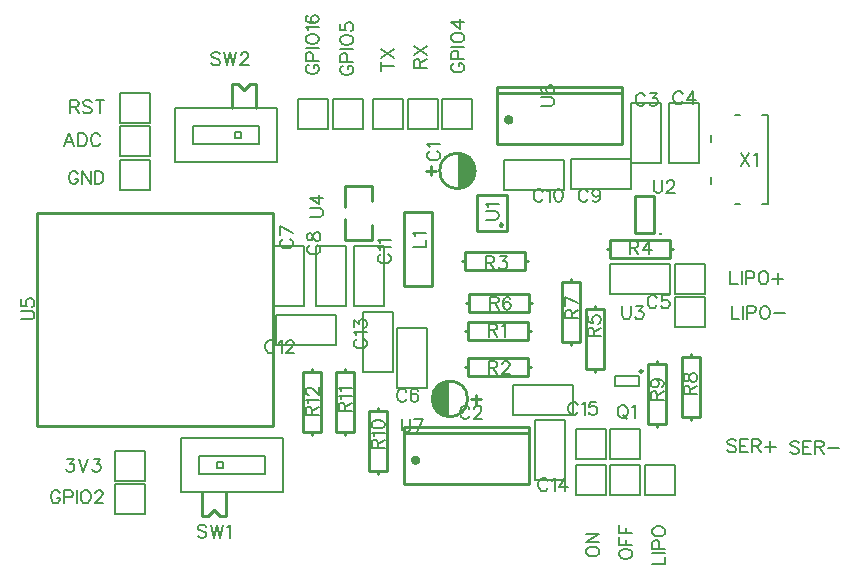
<source format=gto>
G04 Layer: TopSilkLayer*
G04 EasyEDA v5.9.42, Mon, 01 Apr 2019 20:05:28 GMT*
G04 e7f0afa64d6d408caf880ab9bb1ba352*
G04 Gerber Generator version 0.2*
G04 Scale: 100 percent, Rotated: No, Reflected: No *
G04 Dimensions in millimeters *
G04 leading zeros omitted , absolute positions ,3 integer and 3 decimal *
%FSLAX33Y33*%
%MOMM*%
G90*
G71D02*

%ADD10C,0.254000*%
%ADD33C,0.200660*%
%ADD34C,0.228600*%
%ADD35C,0.200000*%
%ADD36C,0.203200*%
%ADD37C,0.127000*%
%ADD38C,0.399999*%
%ADD39C,0.249999*%
%ADD40C,0.152400*%

%LPD*%
G54D33*
G01X44198Y35303D02*
G01X44198Y30223D01*
G01X46738Y30223D01*
G01X46738Y35303D01*
G01X44198Y35303D01*
G54D10*
G01X41910Y17907D02*
G01X41910Y12827D01*
G01X41910Y12827D02*
G01X41148Y12827D01*
G01X41148Y12827D02*
G01X40386Y12827D01*
G01X40386Y12827D02*
G01X40386Y17907D01*
G01X40386Y17907D02*
G01X41148Y17907D01*
G01X41148Y17907D02*
G01X41910Y17907D01*
G01X41148Y12827D02*
G01X41148Y12573D01*
G01X41148Y17907D02*
G01X41148Y18161D01*
G54D33*
G01X47373Y35303D02*
G01X47373Y30223D01*
G01X49913Y30223D01*
G01X49913Y35303D01*
G01X47373Y35303D01*
G54D34*
G01X32931Y24536D02*
G01X33681Y24536D01*
G01X33681Y27036D01*
G01X33681Y27536D01*
G01X31081Y27536D01*
G01X31081Y24536D01*
G01X32931Y24536D01*
G54D10*
G01X24968Y26136D02*
G01X27355Y26136D01*
G01X27355Y26136D02*
G01X27355Y19837D01*
G01X27355Y19837D02*
G01X24968Y19837D01*
G01X24968Y19837D02*
G01X24968Y26136D01*
G01X27214Y29220D02*
G01X27214Y30008D01*
G01X27652Y29600D02*
G01X26814Y29600D01*
G01X30353Y16764D02*
G01X35433Y16764D01*
G01X35433Y16764D02*
G01X35433Y16002D01*
G01X35433Y16002D02*
G01X35433Y15240D01*
G01X35433Y15240D02*
G01X30353Y15240D01*
G01X30353Y15240D02*
G01X30353Y16002D01*
G01X30353Y16002D02*
G01X30353Y16764D01*
G01X35433Y16002D02*
G01X35687Y16002D01*
G01X30353Y16002D02*
G01X30099Y16002D01*
G01X35433Y12192D02*
G01X30353Y12192D01*
G01X30353Y12192D02*
G01X30353Y12954D01*
G01X30353Y12954D02*
G01X30353Y13716D01*
G01X30353Y13716D02*
G01X35433Y13716D01*
G01X35433Y13716D02*
G01X35433Y12954D01*
G01X35433Y12954D02*
G01X35433Y12192D01*
G01X30353Y12954D02*
G01X30099Y12954D01*
G01X35433Y12954D02*
G01X35687Y12954D01*
G01X30099Y22733D02*
G01X35179Y22733D01*
G01X35179Y22733D02*
G01X35179Y21971D01*
G01X35179Y21971D02*
G01X35179Y21209D01*
G01X35179Y21209D02*
G01X30099Y21209D01*
G01X30099Y21209D02*
G01X30099Y21971D01*
G01X30099Y21971D02*
G01X30099Y22733D01*
G01X35179Y21971D02*
G01X35433Y21971D01*
G01X30099Y21971D02*
G01X29845Y21971D01*
G01X35560Y17653D02*
G01X30480Y17653D01*
G01X30480Y17653D02*
G01X30480Y18415D01*
G01X30480Y18415D02*
G01X30480Y19177D01*
G01X30480Y19177D02*
G01X35560Y19177D01*
G01X35560Y19177D02*
G01X35560Y18415D01*
G01X35560Y18415D02*
G01X35560Y17653D01*
G01X30480Y18415D02*
G01X30226Y18415D01*
G01X35560Y18415D02*
G01X35814Y18415D01*
G01X31078Y10657D02*
G01X31078Y9869D01*
G01X30640Y10277D02*
G01X31478Y10277D01*
G54D33*
G01X13972Y23238D02*
G01X13972Y18158D01*
G01X16512Y18158D01*
G01X16512Y23238D01*
G01X13972Y23238D01*
G01X20063Y18163D02*
G01X20063Y23243D01*
G01X17523Y23243D01*
G01X17523Y18163D01*
G01X20063Y18163D01*
G01X20703Y23238D02*
G01X20703Y18158D01*
G01X23243Y18158D01*
G01X23243Y23238D01*
G01X20703Y23238D01*
G01X14099Y14861D02*
G01X19179Y14861D01*
G01X19179Y17401D01*
G01X14099Y17401D01*
G01X14099Y14861D01*
G54D10*
G01X23495Y9271D02*
G01X23495Y4191D01*
G01X23495Y4191D02*
G01X22733Y4191D01*
G01X22733Y4191D02*
G01X21971Y4191D01*
G01X21971Y4191D02*
G01X21971Y9271D01*
G01X21971Y9271D02*
G01X22733Y9271D01*
G01X22733Y9271D02*
G01X23495Y9271D01*
G01X22733Y4191D02*
G01X22733Y3937D01*
G01X22733Y9271D02*
G01X22733Y9525D01*
G54D33*
G01X24000Y12575D02*
G01X24000Y17655D01*
G01X21460Y17655D01*
G01X21460Y12575D01*
G01X24000Y12575D01*
G54D10*
G01X20701Y12573D02*
G01X20701Y7493D01*
G01X20701Y7493D02*
G01X19939Y7493D01*
G01X19939Y7493D02*
G01X19177Y7493D01*
G01X19177Y7493D02*
G01X19177Y12573D01*
G01X19177Y12573D02*
G01X19939Y12573D01*
G01X19939Y12573D02*
G01X20701Y12573D01*
G01X19939Y7493D02*
G01X19939Y7239D01*
G01X19939Y12573D02*
G01X19939Y12827D01*
G01X16383Y7493D02*
G01X16383Y12573D01*
G01X16383Y12573D02*
G01X17145Y12573D01*
G01X17145Y12573D02*
G01X17907Y12573D01*
G01X17907Y12573D02*
G01X17907Y7493D01*
G01X17907Y7493D02*
G01X17145Y7493D01*
G01X17145Y7493D02*
G01X16383Y7493D01*
G01X17145Y12573D02*
G01X17145Y12827D01*
G01X17145Y7493D02*
G01X17145Y7239D01*
G01X24926Y7880D02*
G01X35525Y7880D01*
G01X35525Y3080D01*
G01X24926Y3080D01*
G01X24926Y7880D01*
G01X35525Y7379D02*
G01X24926Y7379D01*
G54D33*
G01X38605Y3431D02*
G01X38605Y8511D01*
G01X36065Y8511D01*
G01X36065Y3431D01*
G01X38605Y3431D01*
G54D10*
G01X39878Y20193D02*
G01X39878Y15113D01*
G01X39878Y15113D02*
G01X39116Y15113D01*
G01X39116Y15113D02*
G01X38354Y15113D01*
G01X38354Y15113D02*
G01X38354Y20193D01*
G01X38354Y20193D02*
G01X39116Y20193D01*
G01X39116Y20193D02*
G01X39878Y20193D01*
G01X39116Y15113D02*
G01X39116Y14859D01*
G01X39116Y20193D02*
G01X39116Y20447D01*
G54D33*
G01X34165Y8892D02*
G01X39245Y8892D01*
G01X39245Y11432D01*
G01X34165Y11432D01*
G01X34165Y8892D01*
G54D10*
G01X32800Y36709D02*
G01X43399Y36709D01*
G01X43399Y31909D01*
G01X32800Y31909D01*
G01X32800Y36709D01*
G01X43399Y36208D02*
G01X32800Y36208D01*
G54D33*
G01X44193Y30604D02*
G01X39113Y30604D01*
G01X39113Y28064D01*
G01X44193Y28064D01*
G01X44193Y30604D01*
G01X33403Y27942D02*
G01X38483Y27942D01*
G01X38483Y30482D01*
G01X33403Y30482D01*
G01X33403Y27942D01*
G54D10*
G01X42418Y23749D02*
G01X47498Y23749D01*
G01X47498Y23749D02*
G01X47498Y22987D01*
G01X47498Y22987D02*
G01X47498Y22225D01*
G01X47498Y22225D02*
G01X42418Y22225D01*
G01X42418Y22225D02*
G01X42418Y22987D01*
G01X42418Y22987D02*
G01X42418Y23749D01*
G01X47498Y22987D02*
G01X47752Y22987D01*
G01X42418Y22987D02*
G01X42164Y22987D01*
G54D33*
G01X47495Y21714D02*
G01X42415Y21714D01*
G01X42415Y19174D01*
G01X47495Y19174D01*
G01X47495Y21714D01*
G54D10*
G01X48514Y8763D02*
G01X48514Y13843D01*
G01X48514Y13843D02*
G01X49276Y13843D01*
G01X49276Y13843D02*
G01X50038Y13843D01*
G01X50038Y13843D02*
G01X50038Y8763D01*
G01X50038Y8763D02*
G01X49276Y8763D01*
G01X49276Y8763D02*
G01X48514Y8763D01*
G01X49276Y13843D02*
G01X49276Y14097D01*
G01X49276Y8763D02*
G01X49276Y8509D01*
G01X47117Y13208D02*
G01X47117Y8128D01*
G01X47117Y8128D02*
G01X46355Y8128D01*
G01X46355Y8128D02*
G01X45593Y8128D01*
G01X45593Y8128D02*
G01X45593Y13208D01*
G01X45593Y13208D02*
G01X46355Y13208D01*
G01X46355Y13208D02*
G01X47117Y13208D01*
G01X46355Y8128D02*
G01X46355Y7874D01*
G01X46355Y13208D02*
G01X46355Y13462D01*
G54D33*
G01X22352Y35687D02*
G01X22352Y33147D01*
G01X22352Y35687D02*
G01X24892Y35687D01*
G01X24892Y35687D02*
G01X24892Y33147D01*
G01X24892Y33147D02*
G01X22352Y33147D01*
G01X25273Y35687D02*
G01X25273Y33147D01*
G01X25273Y35687D02*
G01X27813Y35687D01*
G01X27813Y35687D02*
G01X27813Y33147D01*
G01X27813Y33147D02*
G01X25273Y33147D01*
G01X16002Y33147D02*
G01X18542Y33147D01*
G01X16002Y33147D02*
G01X16002Y35687D01*
G01X16002Y35687D02*
G01X18542Y35687D01*
G01X18542Y35687D02*
G01X18542Y33147D01*
G01X889Y33401D02*
G01X889Y30861D01*
G01X889Y33401D02*
G01X3429Y33401D01*
G01X3429Y33401D02*
G01X3429Y30861D01*
G01X3429Y30861D02*
G01X889Y30861D01*
G01X889Y33655D02*
G01X3429Y33655D01*
G01X889Y33655D02*
G01X889Y36195D01*
G01X889Y36195D02*
G01X3429Y36195D01*
G01X3429Y36195D02*
G01X3429Y33655D01*
G01X18923Y35687D02*
G01X18923Y33147D01*
G01X18923Y35687D02*
G01X21463Y35687D01*
G01X21463Y35687D02*
G01X21463Y33147D01*
G01X21463Y33147D02*
G01X18923Y33147D01*
G01X28194Y33147D02*
G01X30734Y33147D01*
G01X28194Y33147D02*
G01X28194Y35687D01*
G01X28194Y35687D02*
G01X30734Y35687D01*
G01X30734Y35687D02*
G01X30734Y33147D01*
G01X508Y508D02*
G01X3048Y508D01*
G01X508Y508D02*
G01X508Y3048D01*
G01X508Y3048D02*
G01X3048Y3048D01*
G01X3048Y3048D02*
G01X3048Y508D01*
G01X47879Y19177D02*
G01X50419Y19177D01*
G01X47879Y19177D02*
G01X47879Y21717D01*
G01X47879Y21717D02*
G01X50419Y21717D01*
G01X50419Y21717D02*
G01X50419Y19177D01*
G01X47879Y16383D02*
G01X50419Y16383D01*
G01X47879Y16383D02*
G01X47879Y18923D01*
G01X47879Y18923D02*
G01X50419Y18923D01*
G01X50419Y18923D02*
G01X50419Y16383D01*
G01X39497Y5207D02*
G01X42037Y5207D01*
G01X39497Y5207D02*
G01X39497Y7747D01*
G01X39497Y7747D02*
G01X42037Y7747D01*
G01X42037Y7747D02*
G01X42037Y5207D01*
G01X42418Y5207D02*
G01X44958Y5207D01*
G01X42418Y5207D02*
G01X42418Y7747D01*
G01X42418Y7747D02*
G01X44958Y7747D01*
G01X44958Y7747D02*
G01X44958Y5207D01*
G01X508Y3302D02*
G01X3048Y3302D01*
G01X508Y3302D02*
G01X508Y5842D01*
G01X508Y5842D02*
G01X3048Y5842D01*
G01X3048Y5842D02*
G01X3048Y3302D01*
G01X889Y27940D02*
G01X3429Y27940D01*
G01X889Y27940D02*
G01X889Y30480D01*
G01X889Y30480D02*
G01X3429Y30480D01*
G01X3429Y30480D02*
G01X3429Y27940D01*
G54D10*
G01X46138Y27507D02*
G01X44539Y27507D01*
G01X44539Y27507D02*
G01X44539Y24308D01*
G01X44539Y24308D02*
G01X46138Y24308D01*
G01X46138Y27507D02*
G01X46138Y24308D01*
G54D33*
G01X24386Y16253D02*
G01X24386Y11173D01*
G01X26926Y11173D01*
G01X26926Y16253D01*
G01X24386Y16253D01*
G54D35*
G01X44802Y11598D02*
G01X44802Y12204D01*
G01X42802Y12204D01*
G01X42802Y11391D01*
G01X44802Y11391D01*
G01X44802Y11598D01*
G54D10*
G01X19979Y23735D02*
G01X22265Y23735D01*
G01X22265Y28334D02*
G01X20004Y28334D01*
G01X19979Y23735D02*
G01X19979Y25501D01*
G01X19979Y26568D02*
G01X19979Y28334D01*
G01X22265Y23735D02*
G01X22265Y24993D01*
G01X22265Y27076D02*
G01X22265Y28334D01*
G01X7880Y2413D02*
G01X7880Y381D01*
G01X9912Y2413D02*
G01X9912Y381D01*
G01X7880Y381D02*
G01X8388Y381D01*
G01X8896Y889D01*
G01X9404Y381D01*
G01X9912Y381D01*
G54D36*
G01X14611Y2413D02*
G01X14738Y2413D01*
G01X14738Y6997D01*
G01X6102Y6997D01*
G01X6102Y2397D01*
G01X14738Y2413D01*
G01X13206Y3937D02*
G01X13206Y5461D01*
G01X12190Y5461D01*
G01X8634Y5461D01*
G01X7618Y5461D01*
G01X7618Y3937D01*
G01X8634Y3937D01*
G01X12190Y3937D01*
G01X13206Y3937D01*
G01X9650Y4445D02*
G01X9137Y4445D01*
G01X9137Y4953D01*
G01X9650Y4953D01*
G01X9650Y4445D01*
G54D33*
G01X45339Y4699D02*
G01X45339Y2159D01*
G01X45339Y4699D02*
G01X47879Y4699D01*
G01X47879Y4699D02*
G01X47879Y2159D01*
G01X47879Y2159D02*
G01X45339Y2159D01*
G01X39497Y2159D02*
G01X42037Y2159D01*
G01X39497Y2159D02*
G01X39497Y4699D01*
G01X39497Y4699D02*
G01X42037Y4699D01*
G01X42037Y4699D02*
G01X42037Y2159D01*
G01X42418Y2159D02*
G01X44958Y2159D01*
G01X42418Y2159D02*
G01X42418Y4699D01*
G01X42418Y4699D02*
G01X44958Y4699D01*
G01X44958Y4699D02*
G01X44958Y2159D01*
G54D10*
G01X12439Y34925D02*
G01X12439Y36957D01*
G01X10407Y34925D02*
G01X10407Y36957D01*
G01X12439Y36957D02*
G01X11931Y36957D01*
G01X11423Y36449D01*
G01X10915Y36957D01*
G01X10407Y36957D01*
G54D36*
G01X5708Y34925D02*
G01X5581Y34925D01*
G01X5581Y30340D01*
G01X14217Y30340D01*
G01X14217Y34940D01*
G01X5581Y34925D01*
G01X7113Y33401D02*
G01X7113Y31877D01*
G01X8129Y31877D01*
G01X11685Y31877D01*
G01X12701Y31877D01*
G01X12701Y33401D01*
G01X11685Y33401D01*
G01X8129Y33401D01*
G01X7113Y33401D01*
G01X10669Y32893D02*
G01X11182Y32893D01*
G01X11182Y32385D01*
G01X10669Y32385D01*
G01X10669Y32893D01*
G54D10*
G01X13881Y8026D02*
G01X13881Y26009D01*
G01X-6108Y26009D01*
G01X-6108Y8026D01*
G01X13881Y8026D01*
G54D37*
G01X55250Y34311D02*
G01X55749Y34311D01*
G01X55749Y26810D01*
G01X55250Y26810D01*
G01X53349Y34311D02*
G01X52950Y34311D01*
G01X53349Y26810D02*
G01X52950Y26810D01*
G01X50950Y32611D02*
G01X50950Y32060D01*
G01X50950Y29060D02*
G01X50950Y28510D01*
G54D40*
G01X45356Y35935D02*
G01X45303Y36040D01*
G01X45199Y36144D01*
G01X45097Y36195D01*
G01X44889Y36195D01*
G01X44785Y36144D01*
G01X44681Y36040D01*
G01X44627Y35935D01*
G01X44577Y35780D01*
G01X44577Y35521D01*
G01X44627Y35364D01*
G01X44681Y35260D01*
G01X44785Y35156D01*
G01X44889Y35105D01*
G01X45097Y35105D01*
G01X45199Y35156D01*
G01X45303Y35260D01*
G01X45356Y35364D01*
G01X45803Y36195D02*
G01X46375Y36195D01*
G01X46062Y35780D01*
G01X46217Y35780D01*
G01X46322Y35727D01*
G01X46375Y35676D01*
G01X46426Y35521D01*
G01X46426Y35417D01*
G01X46375Y35260D01*
G01X46271Y35156D01*
G01X46113Y35105D01*
G01X45958Y35105D01*
G01X45803Y35156D01*
G01X45750Y35209D01*
G01X45699Y35313D01*
G01X40512Y15600D02*
G01X41602Y15600D01*
G01X40512Y15600D02*
G01X40512Y16068D01*
G01X40563Y16222D01*
G01X40614Y16276D01*
G01X40718Y16327D01*
G01X40822Y16327D01*
G01X40926Y16276D01*
G01X40980Y16222D01*
G01X41031Y16068D01*
G01X41031Y15600D01*
G01X41031Y15963D02*
G01X41602Y16327D01*
G01X40512Y17294D02*
G01X40512Y16774D01*
G01X40980Y16723D01*
G01X40926Y16774D01*
G01X40876Y16931D01*
G01X40876Y17086D01*
G01X40926Y17241D01*
G01X41031Y17345D01*
G01X41186Y17398D01*
G01X41290Y17398D01*
G01X41447Y17345D01*
G01X41551Y17241D01*
G01X41602Y17086D01*
G01X41602Y16931D01*
G01X41551Y16774D01*
G01X41498Y16723D01*
G01X41394Y16669D01*
G01X48531Y36062D02*
G01X48478Y36167D01*
G01X48374Y36271D01*
G01X48272Y36322D01*
G01X48064Y36322D01*
G01X47960Y36271D01*
G01X47856Y36167D01*
G01X47802Y36062D01*
G01X47752Y35907D01*
G01X47752Y35648D01*
G01X47802Y35491D01*
G01X47856Y35387D01*
G01X47960Y35283D01*
G01X48064Y35232D01*
G01X48272Y35232D01*
G01X48374Y35283D01*
G01X48478Y35387D01*
G01X48531Y35491D01*
G01X49392Y36322D02*
G01X48874Y35595D01*
G01X49654Y35595D01*
G01X49392Y36322D02*
G01X49392Y35232D01*
G01X31876Y25466D02*
G01X32656Y25466D01*
G01X32811Y25516D01*
G01X32915Y25620D01*
G01X32966Y25778D01*
G01X32966Y25882D01*
G01X32915Y26037D01*
G01X32811Y26141D01*
G01X32656Y26192D01*
G01X31876Y26192D01*
G01X32085Y26535D02*
G01X32031Y26639D01*
G01X31876Y26797D01*
G01X32966Y26797D01*
G01X25679Y23114D02*
G01X26769Y23114D01*
G01X26769Y23114D02*
G01X26769Y23736D01*
G01X25885Y24079D02*
G01X25834Y24183D01*
G01X25679Y24340D01*
G01X26769Y24340D01*
G01X27183Y31275D02*
G01X27078Y31221D01*
G01X26974Y31117D01*
G01X26924Y31015D01*
G01X26924Y30807D01*
G01X26974Y30703D01*
G01X27078Y30599D01*
G01X27183Y30546D01*
G01X27340Y30495D01*
G01X27599Y30495D01*
G01X27754Y30546D01*
G01X27858Y30599D01*
G01X27962Y30703D01*
G01X28013Y30807D01*
G01X28013Y31015D01*
G01X27962Y31117D01*
G01X27858Y31221D01*
G01X27754Y31275D01*
G01X27132Y31617D02*
G01X27078Y31722D01*
G01X26924Y31877D01*
G01X28013Y31877D01*
G01X32131Y16637D02*
G01X32131Y15547D01*
G01X32131Y16637D02*
G01X32598Y16637D01*
G01X32753Y16586D01*
G01X32806Y16535D01*
G01X32857Y16431D01*
G01X32857Y16327D01*
G01X32806Y16223D01*
G01X32753Y16169D01*
G01X32598Y16118D01*
G01X32131Y16118D01*
G01X32494Y16118D02*
G01X32857Y15547D01*
G01X33200Y16431D02*
G01X33304Y16482D01*
G01X33461Y16637D01*
G01X33461Y15547D01*
G01X32131Y13462D02*
G01X32131Y12372D01*
G01X32131Y13462D02*
G01X32598Y13462D01*
G01X32753Y13411D01*
G01X32806Y13360D01*
G01X32857Y13256D01*
G01X32857Y13152D01*
G01X32806Y13047D01*
G01X32753Y12994D01*
G01X32598Y12943D01*
G01X32131Y12943D01*
G01X32494Y12943D02*
G01X32857Y12372D01*
G01X33253Y13202D02*
G01X33253Y13256D01*
G01X33304Y13360D01*
G01X33357Y13411D01*
G01X33461Y13462D01*
G01X33667Y13462D01*
G01X33771Y13411D01*
G01X33825Y13360D01*
G01X33875Y13256D01*
G01X33875Y13152D01*
G01X33825Y13047D01*
G01X33721Y12890D01*
G01X33200Y12372D01*
G01X33929Y12372D01*
G01X31877Y22352D02*
G01X31877Y21262D01*
G01X31877Y22352D02*
G01X32344Y22352D01*
G01X32499Y22301D01*
G01X32552Y22250D01*
G01X32603Y22146D01*
G01X32603Y22042D01*
G01X32552Y21938D01*
G01X32499Y21884D01*
G01X32344Y21833D01*
G01X31877Y21833D01*
G01X32240Y21833D02*
G01X32603Y21262D01*
G01X33050Y22352D02*
G01X33621Y22352D01*
G01X33312Y21938D01*
G01X33467Y21938D01*
G01X33571Y21884D01*
G01X33621Y21833D01*
G01X33675Y21678D01*
G01X33675Y21574D01*
G01X33621Y21417D01*
G01X33517Y21313D01*
G01X33362Y21262D01*
G01X33207Y21262D01*
G01X33050Y21313D01*
G01X32999Y21366D01*
G01X32946Y21470D01*
G01X32258Y18923D02*
G01X32258Y17833D01*
G01X32258Y18923D02*
G01X32725Y18923D01*
G01X32880Y18872D01*
G01X32933Y18821D01*
G01X32984Y18717D01*
G01X32984Y18613D01*
G01X32933Y18508D01*
G01X32880Y18455D01*
G01X32725Y18404D01*
G01X32258Y18404D01*
G01X32621Y18404D02*
G01X32984Y17833D01*
G01X33952Y18768D02*
G01X33898Y18872D01*
G01X33743Y18923D01*
G01X33639Y18923D01*
G01X33484Y18872D01*
G01X33380Y18717D01*
G01X33327Y18455D01*
G01X33327Y18196D01*
G01X33380Y17988D01*
G01X33484Y17884D01*
G01X33639Y17833D01*
G01X33693Y17833D01*
G01X33848Y17884D01*
G01X33952Y17988D01*
G01X34002Y18145D01*
G01X34002Y18196D01*
G01X33952Y18351D01*
G01X33848Y18455D01*
G01X33693Y18508D01*
G01X33639Y18508D01*
G01X33484Y18455D01*
G01X33380Y18351D01*
G01X33327Y18196D01*
G01X30486Y9437D02*
G01X30432Y9541D01*
G01X30328Y9645D01*
G01X30226Y9696D01*
G01X30018Y9696D01*
G01X29914Y9645D01*
G01X29810Y9541D01*
G01X29757Y9437D01*
G01X29706Y9279D01*
G01X29706Y9020D01*
G01X29757Y8865D01*
G01X29810Y8761D01*
G01X29914Y8657D01*
G01X30018Y8606D01*
G01X30226Y8606D01*
G01X30328Y8657D01*
G01X30432Y8761D01*
G01X30486Y8865D01*
G01X30879Y9437D02*
G01X30879Y9487D01*
G01X30933Y9592D01*
G01X30983Y9645D01*
G01X31087Y9696D01*
G01X31296Y9696D01*
G01X31400Y9645D01*
G01X31451Y9592D01*
G01X31504Y9487D01*
G01X31504Y9383D01*
G01X31451Y9279D01*
G01X31347Y9124D01*
G01X30828Y8606D01*
G01X31555Y8606D01*
G01X14737Y23822D02*
G01X14632Y23769D01*
G01X14528Y23665D01*
G01X14477Y23563D01*
G01X14477Y23355D01*
G01X14528Y23251D01*
G01X14632Y23146D01*
G01X14737Y23093D01*
G01X14891Y23042D01*
G01X15151Y23042D01*
G01X15308Y23093D01*
G01X15412Y23146D01*
G01X15516Y23251D01*
G01X15567Y23355D01*
G01X15567Y23563D01*
G01X15516Y23665D01*
G01X15412Y23769D01*
G01X15308Y23822D01*
G01X14477Y24891D02*
G01X15567Y24373D01*
G01X14477Y24165D02*
G01X14477Y24891D01*
G01X17023Y23314D02*
G01X16918Y23261D01*
G01X16814Y23157D01*
G01X16763Y23055D01*
G01X16763Y22847D01*
G01X16814Y22743D01*
G01X16918Y22639D01*
G01X17023Y22585D01*
G01X17177Y22534D01*
G01X17437Y22534D01*
G01X17594Y22585D01*
G01X17698Y22639D01*
G01X17802Y22743D01*
G01X17853Y22847D01*
G01X17853Y23055D01*
G01X17802Y23157D01*
G01X17698Y23261D01*
G01X17594Y23314D01*
G01X16763Y23916D02*
G01X16814Y23761D01*
G01X16918Y23708D01*
G01X17023Y23708D01*
G01X17127Y23761D01*
G01X17177Y23865D01*
G01X17231Y24071D01*
G01X17282Y24229D01*
G01X17386Y24333D01*
G01X17490Y24384D01*
G01X17645Y24384D01*
G01X17749Y24333D01*
G01X17802Y24279D01*
G01X17853Y24124D01*
G01X17853Y23916D01*
G01X17802Y23761D01*
G01X17749Y23708D01*
G01X17645Y23657D01*
G01X17490Y23657D01*
G01X17386Y23708D01*
G01X17282Y23812D01*
G01X17231Y23970D01*
G01X17177Y24175D01*
G01X17127Y24279D01*
G01X17023Y24333D01*
G01X16918Y24333D01*
G01X16814Y24279D01*
G01X16763Y24124D01*
G01X16763Y23916D01*
G01X22992Y22545D02*
G01X22887Y22491D01*
G01X22783Y22387D01*
G01X22733Y22285D01*
G01X22733Y22077D01*
G01X22783Y21973D01*
G01X22887Y21869D01*
G01X22992Y21816D01*
G01X23147Y21765D01*
G01X23406Y21765D01*
G01X23563Y21816D01*
G01X23667Y21869D01*
G01X23771Y21973D01*
G01X23822Y22077D01*
G01X23822Y22285D01*
G01X23771Y22387D01*
G01X23667Y22491D01*
G01X23563Y22545D01*
G01X22938Y22887D02*
G01X22887Y22992D01*
G01X22733Y23147D01*
G01X23822Y23147D01*
G01X22938Y23489D02*
G01X22887Y23594D01*
G01X22733Y23749D01*
G01X23822Y23749D01*
G01X13987Y14980D02*
G01X13934Y15085D01*
G01X13830Y15189D01*
G01X13728Y15240D01*
G01X13520Y15240D01*
G01X13416Y15189D01*
G01X13312Y15085D01*
G01X13258Y14980D01*
G01X13207Y14826D01*
G01X13207Y14566D01*
G01X13258Y14409D01*
G01X13312Y14305D01*
G01X13416Y14201D01*
G01X13520Y14150D01*
G01X13728Y14150D01*
G01X13830Y14201D01*
G01X13934Y14305D01*
G01X13987Y14409D01*
G01X14330Y15034D02*
G01X14434Y15085D01*
G01X14589Y15240D01*
G01X14589Y14150D01*
G01X14985Y14980D02*
G01X14985Y15034D01*
G01X15036Y15138D01*
G01X15087Y15189D01*
G01X15191Y15240D01*
G01X15399Y15240D01*
G01X15504Y15189D01*
G01X15557Y15138D01*
G01X15608Y15034D01*
G01X15608Y14930D01*
G01X15557Y14826D01*
G01X15453Y14668D01*
G01X14932Y14150D01*
G01X15659Y14150D01*
G01X22225Y6108D02*
G01X23314Y6108D01*
G01X22225Y6108D02*
G01X22225Y6576D01*
G01X22275Y6731D01*
G01X22326Y6784D01*
G01X22430Y6835D01*
G01X22534Y6835D01*
G01X22639Y6784D01*
G01X22692Y6731D01*
G01X22743Y6576D01*
G01X22743Y6108D01*
G01X22743Y6471D02*
G01X23314Y6835D01*
G01X22430Y7178D02*
G01X22379Y7282D01*
G01X22225Y7439D01*
G01X23314Y7439D01*
G01X22225Y8092D02*
G01X22275Y7937D01*
G01X22430Y7833D01*
G01X22692Y7782D01*
G01X22847Y7782D01*
G01X23106Y7833D01*
G01X23263Y7937D01*
G01X23314Y8092D01*
G01X23314Y8196D01*
G01X23263Y8354D01*
G01X23106Y8458D01*
G01X22847Y8509D01*
G01X22692Y8509D01*
G01X22430Y8458D01*
G01X22275Y8354D01*
G01X22225Y8196D01*
G01X22225Y8092D01*
G01X20960Y15346D02*
G01X20855Y15293D01*
G01X20751Y15189D01*
G01X20700Y15087D01*
G01X20700Y14879D01*
G01X20751Y14775D01*
G01X20855Y14671D01*
G01X20960Y14617D01*
G01X21114Y14566D01*
G01X21374Y14566D01*
G01X21531Y14617D01*
G01X21635Y14671D01*
G01X21739Y14775D01*
G01X21790Y14879D01*
G01X21790Y15087D01*
G01X21739Y15189D01*
G01X21635Y15293D01*
G01X21531Y15346D01*
G01X20906Y15689D02*
G01X20855Y15793D01*
G01X20700Y15948D01*
G01X21790Y15948D01*
G01X20700Y16395D02*
G01X20700Y16967D01*
G01X21114Y16654D01*
G01X21114Y16812D01*
G01X21168Y16916D01*
G01X21219Y16967D01*
G01X21374Y17018D01*
G01X21478Y17018D01*
G01X21635Y16967D01*
G01X21739Y16863D01*
G01X21790Y16708D01*
G01X21790Y16550D01*
G01X21739Y16395D01*
G01X21686Y16344D01*
G01X21582Y16291D01*
G01X19430Y9243D02*
G01X20520Y9243D01*
G01X19430Y9243D02*
G01X19430Y9710D01*
G01X19481Y9865D01*
G01X19532Y9918D01*
G01X19636Y9969D01*
G01X19740Y9969D01*
G01X19844Y9918D01*
G01X19898Y9865D01*
G01X19949Y9710D01*
G01X19949Y9243D01*
G01X19949Y9606D02*
G01X20520Y9969D01*
G01X19636Y10312D02*
G01X19585Y10416D01*
G01X19430Y10573D01*
G01X20520Y10573D01*
G01X19636Y10916D02*
G01X19585Y11021D01*
G01X19430Y11175D01*
G01X20520Y11175D01*
G01X16637Y8902D02*
G01X17726Y8902D01*
G01X16637Y8902D02*
G01X16637Y9370D01*
G01X16687Y9525D01*
G01X16738Y9578D01*
G01X16842Y9629D01*
G01X16946Y9629D01*
G01X17051Y9578D01*
G01X17104Y9525D01*
G01X17155Y9370D01*
G01X17155Y8902D01*
G01X17155Y9265D02*
G01X17726Y9629D01*
G01X16842Y9972D02*
G01X16791Y10076D01*
G01X16637Y10233D01*
G01X17726Y10233D01*
G01X16896Y10627D02*
G01X16842Y10627D01*
G01X16738Y10680D01*
G01X16687Y10731D01*
G01X16637Y10835D01*
G01X16637Y11043D01*
G01X16687Y11148D01*
G01X16738Y11198D01*
G01X16842Y11252D01*
G01X16946Y11252D01*
G01X17051Y11198D01*
G01X17208Y11094D01*
G01X17726Y10576D01*
G01X17726Y11303D01*
G01X24753Y8603D02*
G01X24753Y7824D01*
G01X24804Y7669D01*
G01X24908Y7565D01*
G01X25065Y7514D01*
G01X25169Y7514D01*
G01X25324Y7565D01*
G01X25429Y7669D01*
G01X25479Y7824D01*
G01X25479Y8603D01*
G01X26551Y8603D02*
G01X26030Y7514D01*
G01X25822Y8603D02*
G01X26551Y8603D01*
G01X37101Y3296D02*
G01X37048Y3401D01*
G01X36944Y3505D01*
G01X36842Y3556D01*
G01X36634Y3556D01*
G01X36530Y3505D01*
G01X36426Y3401D01*
G01X36372Y3296D01*
G01X36321Y3142D01*
G01X36321Y2882D01*
G01X36372Y2725D01*
G01X36426Y2621D01*
G01X36530Y2517D01*
G01X36634Y2466D01*
G01X36842Y2466D01*
G01X36944Y2517D01*
G01X37048Y2621D01*
G01X37101Y2725D01*
G01X37444Y3350D02*
G01X37548Y3401D01*
G01X37703Y3556D01*
G01X37703Y2466D01*
G01X38567Y3556D02*
G01X38046Y2829D01*
G01X38826Y2829D01*
G01X38567Y3556D02*
G01X38567Y2466D01*
G01X38607Y17124D02*
G01X39697Y17124D01*
G01X38607Y17124D02*
G01X38607Y17592D01*
G01X38658Y17746D01*
G01X38709Y17800D01*
G01X38813Y17851D01*
G01X38917Y17851D01*
G01X39021Y17800D01*
G01X39075Y17746D01*
G01X39126Y17592D01*
G01X39126Y17124D01*
G01X39126Y17487D02*
G01X39697Y17851D01*
G01X38607Y18922D02*
G01X39697Y18402D01*
G01X38607Y18193D02*
G01X38607Y18922D01*
G01X39641Y9773D02*
G01X39588Y9878D01*
G01X39484Y9982D01*
G01X39382Y10032D01*
G01X39174Y10032D01*
G01X39070Y9982D01*
G01X38966Y9878D01*
G01X38912Y9773D01*
G01X38862Y9618D01*
G01X38862Y9359D01*
G01X38912Y9202D01*
G01X38966Y9098D01*
G01X39070Y8994D01*
G01X39174Y8943D01*
G01X39382Y8943D01*
G01X39484Y8994D01*
G01X39588Y9098D01*
G01X39641Y9202D01*
G01X39984Y9827D02*
G01X40088Y9878D01*
G01X40243Y10032D01*
G01X40243Y8943D01*
G01X41211Y10032D02*
G01X40690Y10032D01*
G01X40640Y9565D01*
G01X40690Y9618D01*
G01X40845Y9669D01*
G01X41003Y9669D01*
G01X41158Y9618D01*
G01X41262Y9514D01*
G01X41313Y9359D01*
G01X41313Y9255D01*
G01X41262Y9098D01*
G01X41158Y8994D01*
G01X41003Y8943D01*
G01X40845Y8943D01*
G01X40690Y8994D01*
G01X40640Y9047D01*
G01X40586Y9151D01*
G01X36576Y35084D02*
G01X37355Y35084D01*
G01X37510Y35135D01*
G01X37614Y35239D01*
G01X37665Y35397D01*
G01X37665Y35501D01*
G01X37614Y35656D01*
G01X37510Y35760D01*
G01X37355Y35811D01*
G01X36576Y35811D01*
G01X36730Y36779D02*
G01X36626Y36725D01*
G01X36576Y36570D01*
G01X36576Y36466D01*
G01X36626Y36311D01*
G01X36784Y36207D01*
G01X37043Y36154D01*
G01X37302Y36154D01*
G01X37510Y36207D01*
G01X37614Y36311D01*
G01X37665Y36466D01*
G01X37665Y36520D01*
G01X37614Y36675D01*
G01X37510Y36779D01*
G01X37355Y36829D01*
G01X37302Y36829D01*
G01X37147Y36779D01*
G01X37043Y36675D01*
G01X36992Y36520D01*
G01X36992Y36466D01*
G01X37043Y36311D01*
G01X37147Y36207D01*
G01X37302Y36154D01*
G01X40530Y27807D02*
G01X40477Y27912D01*
G01X40373Y28016D01*
G01X40271Y28067D01*
G01X40063Y28067D01*
G01X39959Y28016D01*
G01X39855Y27912D01*
G01X39801Y27807D01*
G01X39751Y27652D01*
G01X39751Y27393D01*
G01X39801Y27236D01*
G01X39855Y27132D01*
G01X39959Y27028D01*
G01X40063Y26977D01*
G01X40271Y26977D01*
G01X40373Y27028D01*
G01X40477Y27132D01*
G01X40530Y27236D01*
G01X41549Y27703D02*
G01X41496Y27548D01*
G01X41391Y27444D01*
G01X41236Y27393D01*
G01X41186Y27393D01*
G01X41028Y27444D01*
G01X40924Y27548D01*
G01X40873Y27703D01*
G01X40873Y27757D01*
G01X40924Y27912D01*
G01X41028Y28016D01*
G01X41186Y28067D01*
G01X41236Y28067D01*
G01X41391Y28016D01*
G01X41496Y27912D01*
G01X41549Y27703D01*
G01X41549Y27444D01*
G01X41496Y27185D01*
G01X41391Y27028D01*
G01X41236Y26977D01*
G01X41132Y26977D01*
G01X40977Y27028D01*
G01X40924Y27132D01*
G01X36720Y27807D02*
G01X36667Y27912D01*
G01X36563Y28016D01*
G01X36461Y28067D01*
G01X36253Y28067D01*
G01X36149Y28016D01*
G01X36045Y27912D01*
G01X35991Y27807D01*
G01X35941Y27652D01*
G01X35941Y27393D01*
G01X35991Y27236D01*
G01X36045Y27132D01*
G01X36149Y27028D01*
G01X36253Y26977D01*
G01X36461Y26977D01*
G01X36563Y27028D01*
G01X36667Y27132D01*
G01X36720Y27236D01*
G01X37063Y27861D02*
G01X37167Y27912D01*
G01X37322Y28067D01*
G01X37322Y26977D01*
G01X37978Y28067D02*
G01X37820Y28016D01*
G01X37719Y27861D01*
G01X37665Y27599D01*
G01X37665Y27444D01*
G01X37719Y27185D01*
G01X37820Y27028D01*
G01X37978Y26977D01*
G01X38082Y26977D01*
G01X38237Y27028D01*
G01X38341Y27185D01*
G01X38392Y27444D01*
G01X38392Y27599D01*
G01X38341Y27861D01*
G01X38237Y28016D01*
G01X38082Y28067D01*
G01X37978Y28067D01*
G01X44069Y23622D02*
G01X44069Y22532D01*
G01X44069Y23622D02*
G01X44536Y23622D01*
G01X44691Y23571D01*
G01X44744Y23520D01*
G01X44795Y23416D01*
G01X44795Y23312D01*
G01X44744Y23208D01*
G01X44691Y23154D01*
G01X44536Y23103D01*
G01X44069Y23103D01*
G01X44432Y23103D02*
G01X44795Y22532D01*
G01X45659Y23622D02*
G01X45138Y22895D01*
G01X45918Y22895D01*
G01X45659Y23622D02*
G01X45659Y22532D01*
G01X43423Y18130D02*
G01X43423Y17350D01*
G01X43474Y17192D01*
G01X43578Y17088D01*
G01X43736Y17038D01*
G01X43840Y17038D01*
G01X43995Y17088D01*
G01X44099Y17192D01*
G01X44150Y17350D01*
G01X44150Y18130D01*
G01X44597Y18130D02*
G01X45168Y18130D01*
G01X44858Y17713D01*
G01X45013Y17713D01*
G01X45117Y17660D01*
G01X45168Y17609D01*
G01X45221Y17454D01*
G01X45221Y17350D01*
G01X45168Y17192D01*
G01X45064Y17088D01*
G01X44909Y17038D01*
G01X44754Y17038D01*
G01X44597Y17088D01*
G01X44546Y17142D01*
G01X44492Y17246D01*
G01X46372Y18790D02*
G01X46319Y18895D01*
G01X46215Y18999D01*
G01X46113Y19050D01*
G01X45905Y19050D01*
G01X45801Y18999D01*
G01X45697Y18895D01*
G01X45643Y18790D01*
G01X45592Y18635D01*
G01X45592Y18376D01*
G01X45643Y18219D01*
G01X45697Y18115D01*
G01X45801Y18011D01*
G01X45905Y17960D01*
G01X46113Y17960D01*
G01X46215Y18011D01*
G01X46319Y18115D01*
G01X46372Y18219D01*
G01X47337Y19050D02*
G01X46819Y19050D01*
G01X46766Y18582D01*
G01X46819Y18635D01*
G01X46974Y18686D01*
G01X47129Y18686D01*
G01X47287Y18635D01*
G01X47391Y18531D01*
G01X47442Y18376D01*
G01X47442Y18272D01*
G01X47391Y18115D01*
G01X47287Y18011D01*
G01X47129Y17960D01*
G01X46974Y17960D01*
G01X46819Y18011D01*
G01X46766Y18064D01*
G01X46715Y18168D01*
G01X48641Y10668D02*
G01X49730Y10668D01*
G01X48641Y10668D02*
G01X48641Y11135D01*
G01X48691Y11290D01*
G01X48742Y11343D01*
G01X48846Y11394D01*
G01X48950Y11394D01*
G01X49055Y11343D01*
G01X49108Y11290D01*
G01X49159Y11135D01*
G01X49159Y10668D01*
G01X49159Y11031D02*
G01X49730Y11394D01*
G01X48641Y11998D02*
G01X48691Y11841D01*
G01X48795Y11790D01*
G01X48900Y11790D01*
G01X49004Y11841D01*
G01X49055Y11945D01*
G01X49108Y12153D01*
G01X49159Y12308D01*
G01X49263Y12412D01*
G01X49367Y12466D01*
G01X49522Y12466D01*
G01X49626Y12412D01*
G01X49679Y12362D01*
G01X49730Y12204D01*
G01X49730Y11998D01*
G01X49679Y11841D01*
G01X49626Y11790D01*
G01X49522Y11737D01*
G01X49367Y11737D01*
G01X49263Y11790D01*
G01X49159Y11894D01*
G01X49108Y12049D01*
G01X49055Y12258D01*
G01X49004Y12362D01*
G01X48900Y12412D01*
G01X48795Y12412D01*
G01X48691Y12362D01*
G01X48641Y12204D01*
G01X48641Y11998D01*
G01X45846Y10193D02*
G01X46936Y10193D01*
G01X45846Y10193D02*
G01X45846Y10660D01*
G01X45897Y10815D01*
G01X45948Y10868D01*
G01X46052Y10919D01*
G01X46156Y10919D01*
G01X46260Y10868D01*
G01X46314Y10815D01*
G01X46365Y10660D01*
G01X46365Y10193D01*
G01X46365Y10556D02*
G01X46936Y10919D01*
G01X46210Y11938D02*
G01X46365Y11887D01*
G01X46469Y11783D01*
G01X46520Y11628D01*
G01X46520Y11574D01*
G01X46469Y11419D01*
G01X46365Y11315D01*
G01X46210Y11262D01*
G01X46156Y11262D01*
G01X46001Y11315D01*
G01X45897Y11419D01*
G01X45846Y11574D01*
G01X45846Y11628D01*
G01X45897Y11783D01*
G01X46001Y11887D01*
G01X46210Y11938D01*
G01X46469Y11938D01*
G01X46728Y11887D01*
G01X46885Y11783D01*
G01X46936Y11628D01*
G01X46936Y11524D01*
G01X46885Y11366D01*
G01X46781Y11315D01*
G01X22986Y38442D02*
G01X24076Y38442D01*
G01X22986Y38079D02*
G01X22986Y38806D01*
G01X22986Y39148D02*
G01X24076Y39877D01*
G01X22986Y39877D02*
G01X24076Y39148D01*
G01X25780Y38333D02*
G01X26870Y38333D01*
G01X25780Y38333D02*
G01X25780Y38801D01*
G01X25831Y38955D01*
G01X25882Y39009D01*
G01X25986Y39060D01*
G01X26090Y39060D01*
G01X26194Y39009D01*
G01X26248Y38955D01*
G01X26299Y38801D01*
G01X26299Y38333D01*
G01X26299Y38696D02*
G01X26870Y39060D01*
G01X25780Y39402D02*
G01X26870Y40131D01*
G01X25780Y40131D02*
G01X26870Y39402D01*
G01X16896Y38590D02*
G01X16791Y38536D01*
G01X16687Y38432D01*
G01X16637Y38331D01*
G01X16637Y38122D01*
G01X16687Y38018D01*
G01X16791Y37914D01*
G01X16896Y37861D01*
G01X17051Y37810D01*
G01X17310Y37810D01*
G01X17467Y37861D01*
G01X17571Y37914D01*
G01X17675Y38018D01*
G01X17726Y38122D01*
G01X17726Y38331D01*
G01X17675Y38432D01*
G01X17571Y38536D01*
G01X17467Y38590D01*
G01X17310Y38590D01*
G01X17310Y38331D02*
G01X17310Y38590D01*
G01X16637Y38933D02*
G01X17726Y38933D01*
G01X16637Y38933D02*
G01X16637Y39400D01*
G01X16687Y39555D01*
G01X16738Y39608D01*
G01X16842Y39659D01*
G01X17000Y39659D01*
G01X17104Y39608D01*
G01X17155Y39555D01*
G01X17208Y39400D01*
G01X17208Y38933D01*
G01X16637Y40002D02*
G01X17726Y40002D01*
G01X16637Y40657D02*
G01X16687Y40553D01*
G01X16791Y40449D01*
G01X16896Y40398D01*
G01X17051Y40345D01*
G01X17310Y40345D01*
G01X17467Y40398D01*
G01X17571Y40449D01*
G01X17675Y40553D01*
G01X17726Y40657D01*
G01X17726Y40866D01*
G01X17675Y40970D01*
G01X17571Y41074D01*
G01X17467Y41125D01*
G01X17310Y41175D01*
G01X17051Y41175D01*
G01X16896Y41125D01*
G01X16791Y41074D01*
G01X16687Y40970D01*
G01X16637Y40866D01*
G01X16637Y40657D01*
G01X16842Y41518D02*
G01X16791Y41623D01*
G01X16637Y41780D01*
G01X17726Y41780D01*
G01X16791Y42745D02*
G01X16687Y42694D01*
G01X16637Y42537D01*
G01X16637Y42433D01*
G01X16687Y42278D01*
G01X16842Y42174D01*
G01X17104Y42123D01*
G01X17363Y42123D01*
G01X17571Y42174D01*
G01X17675Y42278D01*
G01X17726Y42433D01*
G01X17726Y42486D01*
G01X17675Y42641D01*
G01X17571Y42745D01*
G01X17414Y42799D01*
G01X17363Y42799D01*
G01X17208Y42745D01*
G01X17104Y42641D01*
G01X17051Y42486D01*
G01X17051Y42433D01*
G01X17104Y42278D01*
G01X17208Y42174D01*
G01X17363Y42123D01*
G01X-3393Y32766D02*
G01X-3810Y31676D01*
G01X-3393Y32766D02*
G01X-2979Y31676D01*
G01X-3655Y32039D02*
G01X-3134Y32039D01*
G01X-2636Y32766D02*
G01X-2636Y31676D01*
G01X-2636Y32766D02*
G01X-2273Y32766D01*
G01X-2115Y32715D01*
G01X-2011Y32611D01*
G01X-1960Y32506D01*
G01X-1907Y32352D01*
G01X-1907Y32092D01*
G01X-1960Y31935D01*
G01X-2011Y31831D01*
G01X-2115Y31727D01*
G01X-2273Y31676D01*
G01X-2636Y31676D01*
G01X-787Y32506D02*
G01X-838Y32611D01*
G01X-942Y32715D01*
G01X-1046Y32766D01*
G01X-1254Y32766D01*
G01X-1358Y32715D01*
G01X-1460Y32611D01*
G01X-1513Y32506D01*
G01X-1564Y32352D01*
G01X-1564Y32092D01*
G01X-1513Y31935D01*
G01X-1460Y31831D01*
G01X-1358Y31727D01*
G01X-1254Y31676D01*
G01X-1046Y31676D01*
G01X-942Y31727D01*
G01X-838Y31831D01*
G01X-787Y31935D01*
G01X-3302Y35560D02*
G01X-3302Y34470D01*
G01X-3302Y35560D02*
G01X-2834Y35560D01*
G01X-2679Y35509D01*
G01X-2626Y35458D01*
G01X-2575Y35354D01*
G01X-2575Y35250D01*
G01X-2626Y35145D01*
G01X-2679Y35092D01*
G01X-2834Y35041D01*
G01X-3302Y35041D01*
G01X-2938Y35041D02*
G01X-2575Y34470D01*
G01X-1503Y35405D02*
G01X-1607Y35509D01*
G01X-1765Y35560D01*
G01X-1971Y35560D01*
G01X-2128Y35509D01*
G01X-2232Y35405D01*
G01X-2232Y35300D01*
G01X-2179Y35196D01*
G01X-2128Y35145D01*
G01X-2024Y35092D01*
G01X-1711Y34988D01*
G01X-1607Y34937D01*
G01X-1557Y34886D01*
G01X-1503Y34782D01*
G01X-1503Y34625D01*
G01X-1607Y34521D01*
G01X-1765Y34470D01*
G01X-1971Y34470D01*
G01X-2128Y34521D01*
G01X-2232Y34625D01*
G01X-797Y35560D02*
G01X-797Y34470D01*
G01X-1160Y35560D02*
G01X-434Y35560D01*
G01X19817Y38506D02*
G01X19712Y38453D01*
G01X19608Y38348D01*
G01X19557Y38247D01*
G01X19557Y38039D01*
G01X19608Y37934D01*
G01X19712Y37830D01*
G01X19817Y37777D01*
G01X19971Y37726D01*
G01X20231Y37726D01*
G01X20388Y37777D01*
G01X20492Y37830D01*
G01X20596Y37934D01*
G01X20647Y38039D01*
G01X20647Y38247D01*
G01X20596Y38348D01*
G01X20492Y38453D01*
G01X20388Y38506D01*
G01X20231Y38506D01*
G01X20231Y38247D02*
G01X20231Y38506D01*
G01X19557Y38849D02*
G01X20647Y38849D01*
G01X19557Y38849D02*
G01X19557Y39316D01*
G01X19608Y39471D01*
G01X19659Y39524D01*
G01X19763Y39575D01*
G01X19921Y39575D01*
G01X20025Y39524D01*
G01X20076Y39471D01*
G01X20129Y39316D01*
G01X20129Y38849D01*
G01X19557Y39918D02*
G01X20647Y39918D01*
G01X19557Y40573D02*
G01X19608Y40469D01*
G01X19712Y40365D01*
G01X19817Y40314D01*
G01X19971Y40261D01*
G01X20231Y40261D01*
G01X20388Y40314D01*
G01X20492Y40365D01*
G01X20596Y40469D01*
G01X20647Y40573D01*
G01X20647Y40782D01*
G01X20596Y40886D01*
G01X20492Y40990D01*
G01X20388Y41041D01*
G01X20231Y41092D01*
G01X19971Y41092D01*
G01X19817Y41041D01*
G01X19712Y40990D01*
G01X19608Y40886D01*
G01X19557Y40782D01*
G01X19557Y40573D01*
G01X19557Y42059D02*
G01X19557Y41539D01*
G01X20025Y41488D01*
G01X19971Y41539D01*
G01X19921Y41696D01*
G01X19921Y41851D01*
G01X19971Y42006D01*
G01X20076Y42110D01*
G01X20231Y42164D01*
G01X20335Y42164D01*
G01X20492Y42110D01*
G01X20596Y42006D01*
G01X20647Y41851D01*
G01X20647Y41696D01*
G01X20596Y41539D01*
G01X20543Y41488D01*
G01X20439Y41435D01*
G01X29215Y38709D02*
G01X29110Y38656D01*
G01X29006Y38552D01*
G01X28956Y38450D01*
G01X28956Y38242D01*
G01X29006Y38138D01*
G01X29110Y38033D01*
G01X29215Y37980D01*
G01X29370Y37929D01*
G01X29629Y37929D01*
G01X29786Y37980D01*
G01X29890Y38033D01*
G01X29994Y38138D01*
G01X30045Y38242D01*
G01X30045Y38450D01*
G01X29994Y38552D01*
G01X29890Y38656D01*
G01X29786Y38709D01*
G01X29629Y38709D01*
G01X29629Y38450D02*
G01X29629Y38709D01*
G01X28956Y39052D02*
G01X30045Y39052D01*
G01X28956Y39052D02*
G01X28956Y39519D01*
G01X29006Y39674D01*
G01X29057Y39728D01*
G01X29161Y39778D01*
G01X29319Y39778D01*
G01X29423Y39728D01*
G01X29474Y39674D01*
G01X29527Y39519D01*
G01X29527Y39052D01*
G01X28956Y40121D02*
G01X30045Y40121D01*
G01X28956Y40777D02*
G01X29006Y40673D01*
G01X29110Y40568D01*
G01X29215Y40518D01*
G01X29370Y40464D01*
G01X29629Y40464D01*
G01X29786Y40518D01*
G01X29890Y40568D01*
G01X29994Y40673D01*
G01X30045Y40777D01*
G01X30045Y40985D01*
G01X29994Y41089D01*
G01X29890Y41193D01*
G01X29786Y41244D01*
G01X29629Y41295D01*
G01X29370Y41295D01*
G01X29215Y41244D01*
G01X29110Y41193D01*
G01X29006Y41089D01*
G01X28956Y40985D01*
G01X28956Y40777D01*
G01X28956Y42158D02*
G01X29682Y41638D01*
G01X29682Y42418D01*
G01X28956Y42158D02*
G01X30045Y42158D01*
G01X-4173Y2280D02*
G01X-4226Y2385D01*
G01X-4330Y2489D01*
G01X-4432Y2540D01*
G01X-4640Y2540D01*
G01X-4744Y2489D01*
G01X-4848Y2385D01*
G01X-4902Y2280D01*
G01X-4952Y2125D01*
G01X-4952Y1866D01*
G01X-4902Y1709D01*
G01X-4848Y1605D01*
G01X-4744Y1501D01*
G01X-4640Y1450D01*
G01X-4432Y1450D01*
G01X-4330Y1501D01*
G01X-4226Y1605D01*
G01X-4173Y1709D01*
G01X-4173Y1866D01*
G01X-4432Y1866D02*
G01X-4173Y1866D01*
G01X-3830Y2540D02*
G01X-3830Y1450D01*
G01X-3830Y2540D02*
G01X-3362Y2540D01*
G01X-3207Y2489D01*
G01X-3154Y2438D01*
G01X-3103Y2334D01*
G01X-3103Y2176D01*
G01X-3154Y2072D01*
G01X-3207Y2021D01*
G01X-3362Y1968D01*
G01X-3830Y1968D01*
G01X-2760Y2540D02*
G01X-2760Y1450D01*
G01X-2105Y2540D02*
G01X-2209Y2489D01*
G01X-2313Y2385D01*
G01X-2364Y2280D01*
G01X-2418Y2125D01*
G01X-2418Y1866D01*
G01X-2364Y1709D01*
G01X-2313Y1605D01*
G01X-2209Y1501D01*
G01X-2105Y1450D01*
G01X-1897Y1450D01*
G01X-1793Y1501D01*
G01X-1689Y1605D01*
G01X-1638Y1709D01*
G01X-1587Y1866D01*
G01X-1587Y2125D01*
G01X-1638Y2280D01*
G01X-1689Y2385D01*
G01X-1793Y2489D01*
G01X-1897Y2540D01*
G01X-2105Y2540D01*
G01X-1191Y2280D02*
G01X-1191Y2334D01*
G01X-1140Y2438D01*
G01X-1087Y2489D01*
G01X-982Y2540D01*
G01X-774Y2540D01*
G01X-673Y2489D01*
G01X-619Y2438D01*
G01X-568Y2334D01*
G01X-568Y2230D01*
G01X-619Y2125D01*
G01X-723Y1968D01*
G01X-1244Y1450D01*
G01X-515Y1450D01*
G01X52578Y21082D02*
G01X52578Y19992D01*
G01X52578Y19992D02*
G01X53200Y19992D01*
G01X53543Y21082D02*
G01X53543Y19992D01*
G01X53886Y21082D02*
G01X53886Y19992D01*
G01X53886Y21082D02*
G01X54356Y21082D01*
G01X54510Y21031D01*
G01X54561Y20980D01*
G01X54615Y20876D01*
G01X54615Y20718D01*
G01X54561Y20614D01*
G01X54510Y20563D01*
G01X54356Y20510D01*
G01X53886Y20510D01*
G01X55270Y21082D02*
G01X55166Y21031D01*
G01X55062Y20927D01*
G01X55008Y20822D01*
G01X54957Y20667D01*
G01X54957Y20408D01*
G01X55008Y20251D01*
G01X55062Y20147D01*
G01X55166Y20043D01*
G01X55270Y19992D01*
G01X55476Y19992D01*
G01X55580Y20043D01*
G01X55684Y20147D01*
G01X55737Y20251D01*
G01X55788Y20408D01*
G01X55788Y20667D01*
G01X55737Y20822D01*
G01X55684Y20927D01*
G01X55580Y21031D01*
G01X55476Y21082D01*
G01X55270Y21082D01*
G01X56598Y20927D02*
G01X56598Y19992D01*
G01X56131Y20459D02*
G01X57066Y20459D01*
G01X52705Y18161D02*
G01X52705Y17071D01*
G01X52705Y17071D02*
G01X53327Y17071D01*
G01X53670Y18161D02*
G01X53670Y17071D01*
G01X54013Y18161D02*
G01X54013Y17071D01*
G01X54013Y18161D02*
G01X54483Y18161D01*
G01X54637Y18110D01*
G01X54688Y18059D01*
G01X54742Y17955D01*
G01X54742Y17797D01*
G01X54688Y17693D01*
G01X54637Y17642D01*
G01X54483Y17589D01*
G01X54013Y17589D01*
G01X55397Y18161D02*
G01X55293Y18110D01*
G01X55189Y18006D01*
G01X55135Y17901D01*
G01X55084Y17746D01*
G01X55084Y17487D01*
G01X55135Y17330D01*
G01X55189Y17226D01*
G01X55293Y17122D01*
G01X55397Y17071D01*
G01X55603Y17071D01*
G01X55707Y17122D01*
G01X55811Y17226D01*
G01X55864Y17330D01*
G01X55915Y17487D01*
G01X55915Y17746D01*
G01X55864Y17901D01*
G01X55811Y18006D01*
G01X55707Y18110D01*
G01X55603Y18161D01*
G01X55397Y18161D01*
G01X56258Y17538D02*
G01X57193Y17538D01*
G01X53050Y6703D02*
G01X52946Y6807D01*
G01X52791Y6858D01*
G01X52583Y6858D01*
G01X52428Y6807D01*
G01X52324Y6703D01*
G01X52324Y6598D01*
G01X52374Y6494D01*
G01X52428Y6443D01*
G01X52532Y6390D01*
G01X52844Y6286D01*
G01X52946Y6235D01*
G01X52999Y6184D01*
G01X53050Y6080D01*
G01X53050Y5923D01*
G01X52946Y5819D01*
G01X52791Y5768D01*
G01X52583Y5768D01*
G01X52428Y5819D01*
G01X52324Y5923D01*
G01X53393Y6858D02*
G01X53393Y5768D01*
G01X53393Y6858D02*
G01X54068Y6858D01*
G01X53393Y6339D02*
G01X53809Y6339D01*
G01X53393Y5768D02*
G01X54068Y5768D01*
G01X54411Y6858D02*
G01X54411Y5768D01*
G01X54411Y6858D02*
G01X54879Y6858D01*
G01X55036Y6807D01*
G01X55087Y6756D01*
G01X55140Y6652D01*
G01X55140Y6548D01*
G01X55087Y6443D01*
G01X55036Y6390D01*
G01X54879Y6339D01*
G01X54411Y6339D01*
G01X54775Y6339D02*
G01X55140Y5768D01*
G01X55951Y6703D02*
G01X55951Y5768D01*
G01X55483Y6235D02*
G01X56418Y6235D01*
G01X58384Y6576D02*
G01X58280Y6680D01*
G01X58125Y6731D01*
G01X57917Y6731D01*
G01X57762Y6680D01*
G01X57658Y6576D01*
G01X57658Y6471D01*
G01X57708Y6367D01*
G01X57762Y6316D01*
G01X57866Y6263D01*
G01X58178Y6159D01*
G01X58280Y6108D01*
G01X58333Y6057D01*
G01X58384Y5953D01*
G01X58384Y5796D01*
G01X58280Y5692D01*
G01X58125Y5641D01*
G01X57917Y5641D01*
G01X57762Y5692D01*
G01X57658Y5796D01*
G01X58727Y6731D02*
G01X58727Y5641D01*
G01X58727Y6731D02*
G01X59402Y6731D01*
G01X58727Y6212D02*
G01X59143Y6212D01*
G01X58727Y5641D02*
G01X59402Y5641D01*
G01X59745Y6731D02*
G01X59745Y5641D01*
G01X59745Y6731D02*
G01X60213Y6731D01*
G01X60370Y6680D01*
G01X60421Y6629D01*
G01X60474Y6525D01*
G01X60474Y6421D01*
G01X60421Y6316D01*
G01X60370Y6263D01*
G01X60213Y6212D01*
G01X59745Y6212D01*
G01X60109Y6212D02*
G01X60474Y5641D01*
G01X60817Y6108D02*
G01X61752Y6108D01*
G01X-3578Y5207D02*
G01X-3007Y5207D01*
G01X-3319Y4792D01*
G01X-3162Y4792D01*
G01X-3060Y4739D01*
G01X-3007Y4688D01*
G01X-2956Y4533D01*
G01X-2956Y4429D01*
G01X-3007Y4272D01*
G01X-3111Y4168D01*
G01X-3266Y4117D01*
G01X-3423Y4117D01*
G01X-3578Y4168D01*
G01X-3632Y4221D01*
G01X-3683Y4325D01*
G01X-2613Y5207D02*
G01X-2197Y4117D01*
G01X-1780Y5207D02*
G01X-2197Y4117D01*
G01X-1333Y5207D02*
G01X-762Y5207D01*
G01X-1074Y4792D01*
G01X-919Y4792D01*
G01X-815Y4739D01*
G01X-762Y4688D01*
G01X-711Y4533D01*
G01X-711Y4429D01*
G01X-762Y4272D01*
G01X-866Y4168D01*
G01X-1023Y4117D01*
G01X-1178Y4117D01*
G01X-1333Y4168D01*
G01X-1386Y4221D01*
G01X-1437Y4325D01*
G01X-2649Y29331D02*
G01X-2702Y29436D01*
G01X-2806Y29540D01*
G01X-2908Y29591D01*
G01X-3116Y29591D01*
G01X-3220Y29540D01*
G01X-3324Y29436D01*
G01X-3378Y29331D01*
G01X-3429Y29176D01*
G01X-3429Y28917D01*
G01X-3378Y28760D01*
G01X-3324Y28656D01*
G01X-3220Y28552D01*
G01X-3116Y28501D01*
G01X-2908Y28501D01*
G01X-2806Y28552D01*
G01X-2702Y28656D01*
G01X-2649Y28760D01*
G01X-2649Y28917D01*
G01X-2908Y28917D02*
G01X-2649Y28917D01*
G01X-2306Y29591D02*
G01X-2306Y28501D01*
G01X-2306Y29591D02*
G01X-1579Y28501D01*
G01X-1579Y29591D02*
G01X-1579Y28501D01*
G01X-1236Y29591D02*
G01X-1236Y28501D01*
G01X-1236Y29591D02*
G01X-873Y29591D01*
G01X-716Y29540D01*
G01X-612Y29436D01*
G01X-561Y29331D01*
G01X-508Y29176D01*
G01X-508Y28917D01*
G01X-561Y28760D01*
G01X-612Y28656D01*
G01X-716Y28552D01*
G01X-873Y28501D01*
G01X-1236Y28501D01*
G01X46088Y28816D02*
G01X46088Y28039D01*
G01X46139Y27881D01*
G01X46243Y27777D01*
G01X46400Y27726D01*
G01X46504Y27726D01*
G01X46659Y27777D01*
G01X46763Y27881D01*
G01X46814Y28039D01*
G01X46814Y28816D01*
G01X47210Y28557D02*
G01X47210Y28610D01*
G01X47261Y28714D01*
G01X47315Y28765D01*
G01X47419Y28816D01*
G01X47624Y28816D01*
G01X47729Y28765D01*
G01X47782Y28714D01*
G01X47833Y28610D01*
G01X47833Y28506D01*
G01X47782Y28402D01*
G01X47678Y28244D01*
G01X47157Y27726D01*
G01X47886Y27726D01*
G01X25152Y10884D02*
G01X25098Y10989D01*
G01X24994Y11093D01*
G01X24893Y11143D01*
G01X24684Y11143D01*
G01X24580Y11093D01*
G01X24476Y10989D01*
G01X24423Y10884D01*
G01X24372Y10727D01*
G01X24372Y10468D01*
G01X24423Y10313D01*
G01X24476Y10209D01*
G01X24580Y10105D01*
G01X24684Y10054D01*
G01X24893Y10054D01*
G01X24994Y10105D01*
G01X25098Y10209D01*
G01X25152Y10313D01*
G01X26117Y10989D02*
G01X26066Y11093D01*
G01X25909Y11143D01*
G01X25807Y11143D01*
G01X25649Y11093D01*
G01X25545Y10935D01*
G01X25494Y10676D01*
G01X25494Y10417D01*
G01X25545Y10209D01*
G01X25649Y10105D01*
G01X25807Y10054D01*
G01X25858Y10054D01*
G01X26013Y10105D01*
G01X26117Y10209D01*
G01X26170Y10364D01*
G01X26170Y10417D01*
G01X26117Y10572D01*
G01X26013Y10676D01*
G01X25858Y10727D01*
G01X25807Y10727D01*
G01X25649Y10676D01*
G01X25545Y10572D01*
G01X25494Y10417D01*
G01X43365Y9778D02*
G01X43261Y9728D01*
G01X43157Y9624D01*
G01X43103Y9519D01*
G01X43052Y9364D01*
G01X43052Y9103D01*
G01X43103Y8948D01*
G01X43157Y8844D01*
G01X43261Y8740D01*
G01X43365Y8689D01*
G01X43573Y8689D01*
G01X43675Y8740D01*
G01X43779Y8844D01*
G01X43832Y8948D01*
G01X43883Y9103D01*
G01X43883Y9364D01*
G01X43832Y9519D01*
G01X43779Y9624D01*
G01X43675Y9728D01*
G01X43573Y9778D01*
G01X43365Y9778D01*
G01X43520Y8897D02*
G01X43832Y8585D01*
G01X44226Y9570D02*
G01X44330Y9624D01*
G01X44488Y9778D01*
G01X44488Y8689D01*
G01X17018Y25709D02*
G01X17797Y25709D01*
G01X17952Y25760D01*
G01X18056Y25864D01*
G01X18107Y26022D01*
G01X18107Y26126D01*
G01X18056Y26281D01*
G01X17952Y26385D01*
G01X17797Y26436D01*
G01X17018Y26436D01*
G01X17018Y27299D02*
G01X17744Y26779D01*
G01X17744Y27558D01*
G01X17018Y27299D02*
G01X18107Y27299D01*
G01X8219Y-535D02*
G01X8115Y-431D01*
G01X7960Y-380D01*
G01X7752Y-380D01*
G01X7597Y-431D01*
G01X7493Y-535D01*
G01X7493Y-640D01*
G01X7543Y-744D01*
G01X7597Y-794D01*
G01X7701Y-848D01*
G01X8013Y-952D01*
G01X8115Y-1003D01*
G01X8168Y-1054D01*
G01X8219Y-1158D01*
G01X8219Y-1315D01*
G01X8115Y-1419D01*
G01X7960Y-1470D01*
G01X7752Y-1470D01*
G01X7597Y-1419D01*
G01X7493Y-1315D01*
G01X8562Y-380D02*
G01X8823Y-1470D01*
G01X9083Y-380D02*
G01X8823Y-1470D01*
G01X9083Y-380D02*
G01X9342Y-1470D01*
G01X9601Y-380D02*
G01X9342Y-1470D01*
G01X9944Y-586D02*
G01X10048Y-535D01*
G01X10205Y-380D01*
G01X10205Y-1470D01*
G01X45973Y-3718D02*
G01X47063Y-3718D01*
G01X47063Y-3718D02*
G01X47063Y-3096D01*
G01X45973Y-2753D02*
G01X47063Y-2753D01*
G01X45973Y-2410D02*
G01X47063Y-2410D01*
G01X45973Y-2410D02*
G01X45973Y-1940D01*
G01X46024Y-1785D01*
G01X46075Y-1734D01*
G01X46179Y-1681D01*
G01X46337Y-1681D01*
G01X46441Y-1734D01*
G01X46492Y-1785D01*
G01X46545Y-1940D01*
G01X46545Y-2410D01*
G01X45973Y-1026D02*
G01X46024Y-1130D01*
G01X46128Y-1234D01*
G01X46233Y-1287D01*
G01X46387Y-1338D01*
G01X46647Y-1338D01*
G01X46804Y-1287D01*
G01X46908Y-1234D01*
G01X47012Y-1130D01*
G01X47063Y-1026D01*
G01X47063Y-820D01*
G01X47012Y-716D01*
G01X46908Y-612D01*
G01X46804Y-558D01*
G01X46647Y-507D01*
G01X46387Y-507D01*
G01X46233Y-558D01*
G01X46128Y-612D01*
G01X46024Y-716D01*
G01X45973Y-820D01*
G01X45973Y-1026D01*
G01X40386Y-2733D02*
G01X40436Y-2837D01*
G01X40540Y-2941D01*
G01X40645Y-2994D01*
G01X40800Y-3045D01*
G01X41059Y-3045D01*
G01X41216Y-2994D01*
G01X41320Y-2941D01*
G01X41424Y-2837D01*
G01X41475Y-2733D01*
G01X41475Y-2524D01*
G01X41424Y-2423D01*
G01X41320Y-2319D01*
G01X41216Y-2265D01*
G01X41059Y-2214D01*
G01X40800Y-2214D01*
G01X40645Y-2265D01*
G01X40540Y-2319D01*
G01X40436Y-2423D01*
G01X40386Y-2524D01*
G01X40386Y-2733D01*
G01X40386Y-1871D02*
G01X41475Y-1871D01*
G01X40386Y-1871D02*
G01X41475Y-1143D01*
G01X40386Y-1143D02*
G01X41475Y-1143D01*
G01X43180Y-2936D02*
G01X43230Y-3040D01*
G01X43334Y-3144D01*
G01X43439Y-3197D01*
G01X43594Y-3248D01*
G01X43853Y-3248D01*
G01X44010Y-3197D01*
G01X44114Y-3144D01*
G01X44218Y-3040D01*
G01X44269Y-2936D01*
G01X44269Y-2727D01*
G01X44218Y-2626D01*
G01X44114Y-2522D01*
G01X44010Y-2468D01*
G01X43853Y-2418D01*
G01X43594Y-2418D01*
G01X43439Y-2468D01*
G01X43334Y-2522D01*
G01X43230Y-2626D01*
G01X43180Y-2727D01*
G01X43180Y-2936D01*
G01X43180Y-2075D02*
G01X44269Y-2075D01*
G01X43180Y-2075D02*
G01X43180Y-1399D01*
G01X43698Y-2075D02*
G01X43698Y-1658D01*
G01X43180Y-1056D02*
G01X44269Y-1056D01*
G01X43180Y-1056D02*
G01X43180Y-381D01*
G01X43698Y-1056D02*
G01X43698Y-640D01*
G01X9362Y39469D02*
G01X9258Y39573D01*
G01X9103Y39624D01*
G01X8895Y39624D01*
G01X8740Y39573D01*
G01X8636Y39469D01*
G01X8636Y39364D01*
G01X8686Y39260D01*
G01X8740Y39210D01*
G01X8844Y39156D01*
G01X9156Y39052D01*
G01X9258Y39001D01*
G01X9311Y38950D01*
G01X9362Y38846D01*
G01X9362Y38689D01*
G01X9258Y38585D01*
G01X9103Y38534D01*
G01X8895Y38534D01*
G01X8740Y38585D01*
G01X8636Y38689D01*
G01X9705Y39624D02*
G01X9966Y38534D01*
G01X10226Y39624D02*
G01X9966Y38534D01*
G01X10226Y39624D02*
G01X10485Y38534D01*
G01X10744Y39624D02*
G01X10485Y38534D01*
G01X11140Y39364D02*
G01X11140Y39418D01*
G01X11191Y39522D01*
G01X11244Y39573D01*
G01X11348Y39624D01*
G01X11557Y39624D01*
G01X11658Y39573D01*
G01X11711Y39522D01*
G01X11762Y39418D01*
G01X11762Y39314D01*
G01X11711Y39210D01*
G01X11607Y39052D01*
G01X11087Y38534D01*
G01X11816Y38534D01*
G01X-7452Y17018D02*
G01X-6675Y17018D01*
G01X-6517Y17068D01*
G01X-6413Y17172D01*
G01X-6362Y17330D01*
G01X-6362Y17434D01*
G01X-6413Y17589D01*
G01X-6517Y17693D01*
G01X-6675Y17744D01*
G01X-7452Y17744D01*
G01X-7452Y18712D02*
G01X-7452Y18191D01*
G01X-6985Y18140D01*
G01X-7038Y18191D01*
G01X-7089Y18348D01*
G01X-7089Y18503D01*
G01X-7038Y18658D01*
G01X-6934Y18762D01*
G01X-6779Y18816D01*
G01X-6675Y18816D01*
G01X-6517Y18762D01*
G01X-6413Y18658D01*
G01X-6362Y18503D01*
G01X-6362Y18348D01*
G01X-6413Y18191D01*
G01X-6466Y18140D01*
G01X-6570Y18087D01*
G01X53467Y31115D02*
G01X54193Y30022D01*
G01X54193Y31115D02*
G01X53467Y30022D01*
G01X54536Y30906D02*
G01X54640Y30960D01*
G01X54797Y31115D01*
G01X54797Y30022D01*
G54D38*
G75*
G01X25926Y5281D02*
G03X25928Y5281I1J-200D01*
G01*
G75*
G01X33800Y34110D02*
G03X33802Y34110I1J-200D01*
G01*
G54D39*
G75*
G01X44895Y12611D02*
G03X44895Y12613I124J1D01*
G01*
G54D10*
G75*
G01X33348Y25009D02*
G03X33348Y25009I-150J0D01*
G01*
G75*
G01X30965Y29591D02*
G03X30965Y29591I-1500J0D01*
G01*
G75*
G01X30329Y10287D02*
G03X30329Y10287I-1500J0D01*
G01*
G75*
G01X46673Y24257D02*
G03X46673Y24257I-63J0D01*
G01*

%LPD*%
G36*
G01X29566Y31086D02*
G01X29514Y31090D01*
G01X29514Y28091D01*
G01X29566Y28095D01*
G01X29592Y28098D01*
G01X29618Y28102D01*
G01X29644Y28105D01*
G01X29670Y28110D01*
G01X29696Y28114D01*
G01X29722Y28120D01*
G01X29748Y28125D01*
G01X29773Y28131D01*
G01X29799Y28138D01*
G01X29849Y28152D01*
G01X29874Y28160D01*
G01X29899Y28169D01*
G01X29924Y28177D01*
G01X29948Y28187D01*
G01X29973Y28196D01*
G01X29997Y28206D01*
G01X30021Y28217D01*
G01X30045Y28227D01*
G01X30069Y28239D01*
G01X30092Y28250D01*
G01X30116Y28263D01*
G01X30139Y28275D01*
G01X30161Y28288D01*
G01X30184Y28301D01*
G01X30206Y28315D01*
G01X30229Y28329D01*
G01X30251Y28344D01*
G01X30272Y28358D01*
G01X30294Y28374D01*
G01X30315Y28389D01*
G01X30336Y28405D01*
G01X30356Y28422D01*
G01X30376Y28438D01*
G01X30396Y28455D01*
G01X30416Y28473D01*
G01X30435Y28490D01*
G01X30454Y28509D01*
G01X30473Y28527D01*
G01X30492Y28546D01*
G01X30510Y28565D01*
G01X30527Y28584D01*
G01X30545Y28604D01*
G01X30579Y28644D01*
G01X30595Y28664D01*
G01X30627Y28706D01*
G01X30642Y28728D01*
G01X30657Y28749D01*
G01X30685Y28793D01*
G01X30699Y28816D01*
G01X30712Y28838D01*
G01X30738Y28884D01*
G01X30750Y28908D01*
G01X30762Y28931D01*
G01X30784Y28979D01*
G01X30814Y29051D01*
G01X30832Y29101D01*
G01X30856Y29176D01*
G01X30863Y29201D01*
G01X30869Y29227D01*
G01X30875Y29252D01*
G01X30881Y29278D01*
G01X30886Y29304D01*
G01X30891Y29329D01*
G01X30903Y29407D01*
G01X30906Y29433D01*
G01X30908Y29459D01*
G01X30910Y29486D01*
G01X30912Y29512D01*
G01X30914Y29564D01*
G01X30914Y29617D01*
G01X30912Y29669D01*
G01X30910Y29695D01*
G01X30908Y29722D01*
G01X30906Y29748D01*
G01X30903Y29774D01*
G01X30899Y29800D01*
G01X30896Y29826D01*
G01X30886Y29878D01*
G01X30881Y29903D01*
G01X30875Y29929D01*
G01X30869Y29954D01*
G01X30863Y29980D01*
G01X30856Y30005D01*
G01X30832Y30080D01*
G01X30814Y30130D01*
G01X30784Y30202D01*
G01X30762Y30250D01*
G01X30750Y30274D01*
G01X30738Y30297D01*
G01X30712Y30343D01*
G01X30699Y30365D01*
G01X30685Y30388D01*
G01X30657Y30432D01*
G01X30642Y30453D01*
G01X30627Y30475D01*
G01X30595Y30517D01*
G01X30579Y30537D01*
G01X30545Y30577D01*
G01X30527Y30597D01*
G01X30510Y30616D01*
G01X30492Y30635D01*
G01X30454Y30673D01*
G01X30435Y30691D01*
G01X30416Y30708D01*
G01X30396Y30726D01*
G01X30356Y30760D01*
G01X30336Y30776D01*
G01X30315Y30792D01*
G01X30294Y30807D01*
G01X30272Y30823D01*
G01X30251Y30838D01*
G01X30207Y30866D01*
G01X30184Y30880D01*
G01X30161Y30893D01*
G01X30139Y30906D01*
G01X30116Y30919D01*
G01X30092Y30931D01*
G01X30069Y30942D01*
G01X30045Y30954D01*
G01X30021Y30964D01*
G01X29997Y30975D01*
G01X29973Y30985D01*
G01X29948Y30995D01*
G01X29924Y31004D01*
G01X29899Y31013D01*
G01X29849Y31029D01*
G01X29799Y31043D01*
G01X29773Y31050D01*
G01X29748Y31056D01*
G01X29722Y31061D01*
G01X29696Y31067D01*
G01X29670Y31071D01*
G01X29644Y31076D01*
G01X29619Y31080D01*
G01X29592Y31083D01*
G01X29566Y31086D01*
G37*

%LPD*%
G36*
G01X28778Y8787D02*
G01X28778Y11786D01*
G01X28726Y11782D01*
G01X28700Y11779D01*
G01X28674Y11775D01*
G01X28648Y11772D01*
G01X28622Y11767D01*
G01X28596Y11763D01*
G01X28570Y11757D01*
G01X28544Y11752D01*
G01X28519Y11746D01*
G01X28493Y11739D01*
G01X28443Y11725D01*
G01X28418Y11717D01*
G01X28393Y11708D01*
G01X28368Y11700D01*
G01X28344Y11690D01*
G01X28319Y11681D01*
G01X28295Y11671D01*
G01X28271Y11660D01*
G01X28247Y11650D01*
G01X28223Y11638D01*
G01X28200Y11627D01*
G01X28176Y11614D01*
G01X28153Y11602D01*
G01X28131Y11589D01*
G01X28108Y11576D01*
G01X28086Y11562D01*
G01X28063Y11548D01*
G01X28041Y11533D01*
G01X28020Y11519D01*
G01X27998Y11503D01*
G01X27977Y11488D01*
G01X27956Y11472D01*
G01X27936Y11455D01*
G01X27916Y11439D01*
G01X27896Y11422D01*
G01X27876Y11404D01*
G01X27857Y11387D01*
G01X27838Y11368D01*
G01X27819Y11350D01*
G01X27800Y11331D01*
G01X27782Y11312D01*
G01X27765Y11293D01*
G01X27747Y11273D01*
G01X27713Y11233D01*
G01X27697Y11213D01*
G01X27665Y11171D01*
G01X27650Y11149D01*
G01X27635Y11128D01*
G01X27607Y11084D01*
G01X27593Y11061D01*
G01X27580Y11039D01*
G01X27554Y10993D01*
G01X27542Y10969D01*
G01X27530Y10946D01*
G01X27508Y10898D01*
G01X27478Y10826D01*
G01X27460Y10776D01*
G01X27436Y10701D01*
G01X27429Y10676D01*
G01X27423Y10650D01*
G01X27417Y10625D01*
G01X27411Y10599D01*
G01X27406Y10573D01*
G01X27401Y10548D01*
G01X27389Y10470D01*
G01X27386Y10444D01*
G01X27384Y10418D01*
G01X27382Y10391D01*
G01X27380Y10365D01*
G01X27378Y10313D01*
G01X27378Y10260D01*
G01X27380Y10208D01*
G01X27382Y10182D01*
G01X27384Y10155D01*
G01X27386Y10129D01*
G01X27389Y10103D01*
G01X27393Y10077D01*
G01X27396Y10051D01*
G01X27406Y9999D01*
G01X27411Y9974D01*
G01X27417Y9948D01*
G01X27423Y9923D01*
G01X27429Y9897D01*
G01X27436Y9872D01*
G01X27460Y9797D01*
G01X27478Y9747D01*
G01X27508Y9675D01*
G01X27530Y9627D01*
G01X27542Y9603D01*
G01X27554Y9580D01*
G01X27580Y9534D01*
G01X27593Y9512D01*
G01X27607Y9489D01*
G01X27635Y9445D01*
G01X27650Y9424D01*
G01X27665Y9402D01*
G01X27697Y9360D01*
G01X27713Y9340D01*
G01X27747Y9300D01*
G01X27765Y9280D01*
G01X27782Y9261D01*
G01X27800Y9242D01*
G01X27838Y9204D01*
G01X27857Y9186D01*
G01X27876Y9169D01*
G01X27896Y9151D01*
G01X27936Y9117D01*
G01X27956Y9101D01*
G01X27977Y9085D01*
G01X27998Y9070D01*
G01X28020Y9054D01*
G01X28041Y9039D01*
G01X28085Y9011D01*
G01X28108Y8997D01*
G01X28131Y8984D01*
G01X28153Y8971D01*
G01X28176Y8958D01*
G01X28200Y8946D01*
G01X28223Y8935D01*
G01X28247Y8923D01*
G01X28271Y8913D01*
G01X28295Y8902D01*
G01X28319Y8892D01*
G01X28344Y8882D01*
G01X28368Y8873D01*
G01X28393Y8864D01*
G01X28443Y8848D01*
G01X28493Y8834D01*
G01X28519Y8827D01*
G01X28544Y8821D01*
G01X28570Y8816D01*
G01X28596Y8810D01*
G01X28622Y8806D01*
G01X28648Y8801D01*
G01X28673Y8797D01*
G01X28700Y8794D01*
G01X28726Y8791D01*
G01X28778Y8787D01*
G37*
M00*
M02*

</source>
